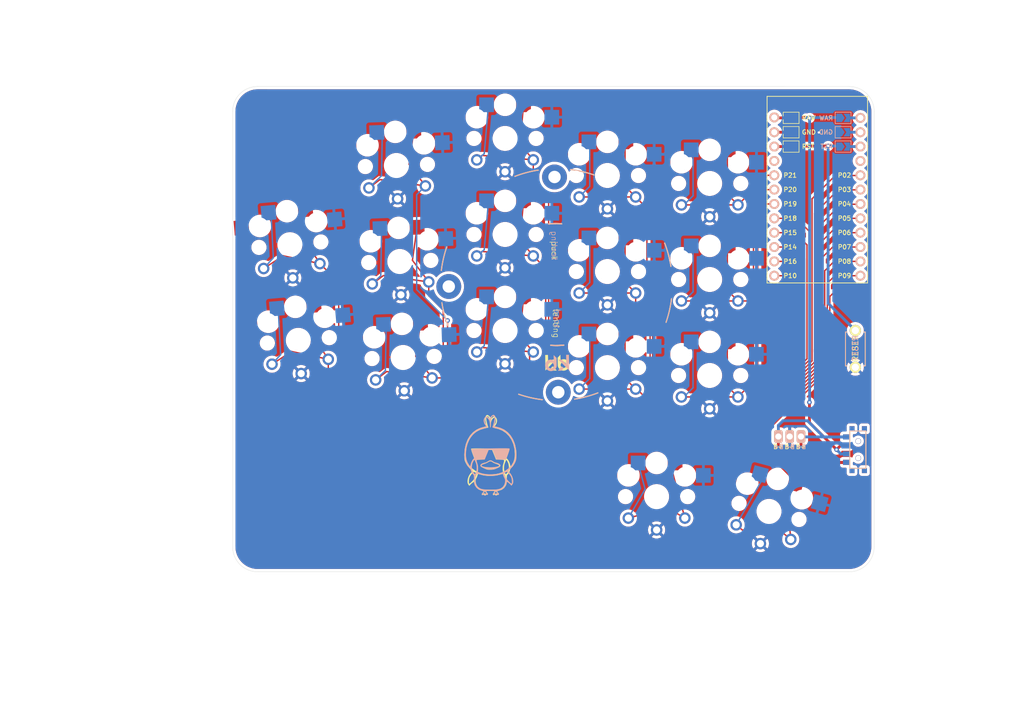
<source format=kicad_pcb>
(kicad_pcb (version 20211014) (generator pcbnew)
  (title_block (title "board") (rev "v1.0.0") (company "Unknown"))
  (layers (0 "F.Cu" signal) (31 "B.Cu" signal) (34 "B.Paste" user) (35 "F.Paste" user) (36 "B.SilkS" user "B.Silkscreen") (37 "F.SilkS" user "F.Silkscreen") (38 "B.Mask" user) (39 "F.Mask" user) (44 "Edge.Cuts" user))
  (net 0 "")
  (net 1 "P6")
  (net 2 "GND")
  (net 3 "P5")
  (net 4 "P4")
  (net 5 "P3")
  (net 6 "P2")
  (net 7 "P18")
  (net 8 "P15")
  (net 9 "P14")
  (net 10 "P16")
  (net 11 "P10")
  (net 12 "P19")
  (net 13 "P20")
  (net 14 "P21")
  (net 15 "P7")
  (net 16 "P8")
  (net 17 "P9")
  (net 18 "RAW")
  (net 19 "RST")
  (net 20 "Braw")
  (footprint "E73:SPDT_C128955" (layer "F.Cu") (at 159.004 -58.166 -90)
    (fp_text reference "T1" hide)
    (fp_text value "" hide)
  )
  (footprint "lib:bat" (layer "F.Cu") (at 146.87186 -60.487381)
    (fp_text reference "PAD1" hide)
    (fp_text value "" hide)
  )
  (footprint "kbd:ResetSW" (layer "F.Cu") (at 158.496 -75.998 90)
    (fp_text reference "B1" hide)
    (fp_text value "")
  )
  (footprint "Alaa:key" (layer "F.Cu") (at 77.269925 -108.458447 2)
    (fp_text reference "S11" hide)
    (fp_text value "" hide)
  )
  (footprint "Alaa:key" (layer "F.Cu") (at 96.495817 -96.246989)
    (fp_text reference "S15" hide)
    (fp_text value "" hide)
  )
  (footprint "Alaa:key" (layer "F.Cu") (at 114.611087 -89.686017)
    (fp_text reference "S21" hide)
    (fp_text value "" hide)
  )
  (footprint "Alaa:key" (layer "F.Cu") (at 132.71828 -105.278852)
    (fp_text reference "S29" hide)
    (fp_text value "" hide)
  )
  (footprint "LOGO" (layer "F.Cu") (at 93.819755 -55.859733)
    (fp_text reference "G***" hide)
    (fp_text value "LOGO" hide)
  )
  (footprint "Alaa:key" (layer "F.Cu") (at 143.213468 -47.235552 -15)
    (fp_text reference "S33" hide)
    (fp_text value "" hide)
  )
  (footprint "Alaa:key" (layer "F.Cu") (at 78.456509 -74.479159 2)
    (fp_text reference "S7" hide)
    (fp_text value "" hide)
  )
  (footprint "E73:SPDT_C128955" (layer "F.Cu") (at 159.004 -58.166 -90)
    (fp_text reference "T2" hide)
    (fp_text value "" hide)
  )
  (footprint "Alaa:key" (layer "F.Cu") (at 58.419932 -94.443355 5)
    (fp_text reference "S5" hide)
    (fp_text value "" hide)
  )
  (footprint "Alaa:key" (layer "F.Cu") (at 132.71828 -88.278852)
    (fp_text reference "S27" hide)
    (fp_text value "" hide)
  )
  (footprint "Alaa:key" (layer "F.Cu") (at 77.863217 -91.468803 2)
    (fp_text reference "S9" hide)
    (fp_text value "" hide)
  )
  (footprint "Alaa:key" (layer "F.Cu") (at 96.495817 -79.246989)
    (fp_text reference "S13" hide)
    (fp_text value "" hide)
  )
  (footprint "Alaa:key" (layer "F.Cu") (at 132.708967 -71.292685)
    (fp_text reference "S27" hide)
    (fp_text value "" hide)
  )
  (footprint "Alaa:key" (layer "F.Cu") (at 96.495818 -113.246989)
    (fp_text reference "S17" hide)
    (fp_text value "" hide)
  )
  (footprint "Alaa:key" (layer "F.Cu") (at 123.320174 -49.854554)
    (fp_text reference "S31" hide)
    (fp_text value "" hide)
  )
  (footprint "ProMicro" (layer "F.Cu") (at 151.765 -102.913254 -90)
    (fp_text reference "MCU1" hide)
    (fp_text value "" hide)
  )
  (footprint "Alaa:key" (layer "F.Cu") (at 59.901579 -77.508043 5)
    (fp_text reference "S3" hide)
    (fp_text value "" hide)
  )
  (footprint "Alaa:Tenting_Puck_3_Holes" (layer "F.Cu") (at 105.585532 -87.373099 1)
    (fp_text reference "REF**")
    (fp_text value "Tenting Puck")
  )
  (footprint "Alaa:key" (layer "F.Cu") (at 114.611087 -106.686017)
    (fp_text reference "S23" hide)
    (fp_text value "" hide)
  )
  (footprint "Alaa:key" (layer "F.Cu") (at 114.611087 -72.686017)
    (fp_text reference "S19" hide)
    (fp_text value "" hide)
  )
  (footprint "LOGO" (layer "B.Cu") (at 93.98 -55.88 180)
    (fp_text reference "G***" hide)
    (fp_text value "LOGO" hide)
  )
  (gr_line (start 161.829898 -40.989109) (end 161.833504 -117.99746) (layer "Edge.Cuts") (width 0.05))
  (gr_arc (start 48.274862 -118.000324) (mid 49.576771 -121.143415) (end 52.719862 -122.445324) (layer "Edge.Cuts") (width 0.05))
  (gr_line (start 48.274862 -118.000324) (end 48.278504 -40.98746) (layer "Edge.Cuts") (width 0.05))
  (gr_line (start 157.388504 -122.44246) (end 52.719862 -122.445324) (layer "Edge.Cuts") (width 0.05))
  (gr_line (start 52.723504 -36.54246) (end 157.384898 -36.544109) (layer "Edge.Cuts") (width 0.05))
  (gr_arc (start 161.829898 -40.989109) (mid 160.528003 -37.846004) (end 157.384898 -36.544109) (layer "Edge.Cuts") (width 0.05))
  (gr_arc (start 157.388504 -122.44246) (mid 160.531597 -121.140553) (end 161.833504 -117.99746) (layer "Edge.Cuts") (width 0.05))
  (gr_arc (start 52.723504 -36.54246) (mid 49.580417 -37.844373) (end 48.278504 -40.98746) (layer "Edge.Cuts") (width 0.05))
  (segment (start 63.732097 -91.093594) (end 57.237852 -92.473987) (width 0.25) (layer "F.Cu") (net 1))
  (segment (start 61.163892 -100.656149) (end 60.265842 -96.431156) (width 0.25) (layer "F.Cu") (net 1))
  (segment (start 67.056 -87.769691) (end 67.056 -70.080786) (width 0.25) (layer "F.Cu") (net 1))
  (segment (start 57.237852 -92.473987) (end 53.77015 -90.222036) (width 0.25) (layer "F.Cu") (net 1))
  (segment (start 60.265842 -96.431156) (end 63.732097 -91.093594) (width 0.25) (layer "F.Cu") (net 1))
  (segment (start 124.785118 -59.37752) (end 138.878084 -59.37752) (width 0.25) (layer "F.Cu") (net 1))
  (segment (start 87.231438 -65.796819) (end 100.432043 -65.796819) (width 0.25) (layer "F.Cu") (net 1))
  (segment (start 122.058533 -62.104105) (end 124.785118 -59.37752) (width 0.25) (layer "F.Cu") (net 1))
  (segment (start 87.223486 -65.788867) (end 87.231438 -65.796819) (width 0.25) (layer "F.Cu") (net 1))
  (segment (start 71.347919 -65.788867) (end 87.223486 -65.788867) (width 0.25) (layer "F.Cu") (net 1))
  (segment (start 157.015254 -96.563254) (end 159.385 -96.563254) (width 0.25) (layer "F.Cu") (net 1))
  (segment (start 100.432043 -65.796819) (end 104.124757 -62.104105) (width 0.25) (layer "F.Cu") (net 1))
  (segment (start 138.878084 -59.37752) (end 152.628374 -73.12781) (width 0.25) (layer "F.Cu") (net 1))
  (segment (start 67.056 -70.080786) (end 71.347919 -65.788867) (width 0.25) (layer "F.Cu") (net 1))
  (segment (start 152.628374 -73.12781) (end 152.628374 -92.176374) (width 0.25) (layer "F.Cu") (net 1))
  (segment (start 63.732097 -91.093594) (end 67.056 -87.769691) (width 0.25) (layer "F.Cu") (net 1))
  (segment (start 152.628374 -92.176374) (end 157.015254 -96.563254) (width 0.25) (layer "F.Cu") (net 1))
  (segment (start 104.124757 -62.104105) (end 122.058533 -62.104105) (width 0.25) (layer "F.Cu") (net 1))
  (segment (start 55.488475 -92.130429) (end 53.77015 -90.222037) (width 0.25) (layer "B.Cu") (net 1))
  (segment (start 55.093012 -99.676322) (end 55.488475 -92.130429) (width 0.25) (layer "B.Cu") (net 1))
  (segment (start 54.638817 -100.085279) (end 55.093012 -99.676322) (width 0.25) (layer "B.Cu") (net 1))
  (segment (start 151.971116 -114.252116) (end 147.942615 -114.252116) (width 0.5) (layer "F.Cu") (net 2))
  (segment (start 147.942615 -114.252116) (end 147.851477 -114.343254) (width 0.5) (layer "F.Cu") (net 2))
  (via (at 152.019 -114.3) (size 0.8) (drill 0.4) (layers "F.Cu" "B.Cu") (net 2))
  (segment (start 152.043758 -114.324758) (end 155.853915 -114.324758) (width 0.5) (layer "B.Cu") (net 2))
  (segment (start 156.634254 -99.103254) (end 159.385 -99.103254) (width 0.25) (layer "F.Cu") (net 3))
  (segment (start 124.971316 -59.82704) (end 138.691886 -59.82704) (width 0.25) (layer "F.Cu") (net 3))
  (segment (start 100.618241 -66.246339) (end 104.310955 -62.553625) (width 0.25) (layer "F.Cu") (net 3))
  (segment (start 152.178854 -94.647854) (end 156.634254 -99.103254) (width 0.25) (layer "F.Cu") (net 3))
  (segment (start 138.691886 -59.82704) (end 152.178854 -73.314008) (width 0.25) (layer "F.Cu") (net 3))
  (segment (start 80.699283 -74.686881) (end 83.586081 -70.855971) (width 0.25) (layer "F.Cu") (net 3))
  (segment (start 83.586081 -70.855971) (end 75.553425 -71.984886) (width 0.25) (layer "F.Cu") (net 3))
  (segment (start 104.310955 -62.553625) (end 122.244731 -62.553625) (width 0.25) (layer "F.Cu") (net 3))
  (segment (start 81.521861 -80.53983) (end 80.699283 -74.686881) (width 0.25) (layer "F.Cu") (net 3))
  (segment (start 75.553425 -71.984886) (end 73.592172 -70.506977) (width 0.25) (layer "F.Cu") (net 3))
  (segment (start 83.586081 -70.855971) (end 89.497197 -70.855971) (width 0.25) (layer "F.Cu") (net 3))
  (segment (start 122.244731 -62.553625) (end 124.971316 -59.82704) (width 0.25) (layer "F.Cu") (net 3))
  (segment (start 94.106829 -66.246339) (end 100.618241 -66.246339) (width 0.25) (layer "F.Cu") (net 3))
  (segment (start 89.497197 -70.855971) (end 94.106829 -66.246339) (width 0.25) (layer "F.Cu") (net 3))
  (segment (start 152.178854 -73.314008) (end 152.178854 -94.647854) (width 0.25) (layer "F.Cu") (net 3))
  (segment (start 75.450233 -79.820002) (end 75.316743 -72.172374) (width 0.25) (layer "B.Cu") (net 3))
  (segment (start 75.316743 -72.172374) (end 73.592173 -70.506976) (width 0.25) (layer "B.Cu") (net 3))
  (segment (start 74.975852 -80.311238) (end 75.450233 -79.820002) (width 0.25) (layer "B.Cu") (net 3))
  (segment (start 85.555821 -75.416679) (end 88.9635 -72.009) (width 0.25) (layer "F.Cu") (net 4))
  (segment (start 125.157514 -60.27656) (end 122.430929 -63.003145) (width 0.25) (layer "F.Cu") (net 4))
  (segment (start 80.105992 -91.676525) (end 82.992789 -87.845615) (width 0.25) (layer "F.Cu") (net 4))
  (segment (start 80.92857 -97.529475) (end 80.105992 -91.676525) (width 0.25) (layer "F.Cu") (net 4))
  (segment (start 151.729334 -97.373334) (end 151.729334 -73.500206) (width 0.25) (layer "F.Cu") (net 4))
  (segment (start 155.956 -101.6) (end 151.729334 -97.373334) (width 0.25) (layer "F.Cu") (net 4))
  (segment (start 122.430929 -63.003145) (end 104.497151 -63.003145) (width 0.25) (layer "F.Cu") (net 4))
  (segment (start 100.804437 -66.695859) (end 94.293027 -66.695859) (width 0.25) (layer "F.Cu") (net 4))
  (segment (start 159.385 -101.643254) (end 159.341746 -101.6) (width 0.25) (layer "F.Cu") (net 4))
  (segment (start 159.341746 -101.6) (end 155.956 -101.6) (width 0.25) (layer "F.Cu") (net 4))
  (segment (start 85.555821 -82.846179) (end 85.555821 -75.416679) (width 0.25) (layer "F.Cu") (net 4))
  (segment (start 138.505688 -60.27656) (end 125.157514 -60.27656) (width 0.25) (layer "F.Cu") (net 4))
  (segment (start 104.497151 -63.003145) (end 100.804437 -66.695859) (width 0.25) (layer "F.Cu") (net 4))
  (segment (start 82.992789 -87.845615) (end 74.960134 -88.974532) (width 0.25) (layer "F.Cu") (net 4))
  (segment (start 94.293027 -66.695859) (end 89.027 -71.961886) (width 0.25) (layer "F.Cu") (net 4))
  (segment (start 82.992789 -87.845616) (end 82.992789 -85.409211) (width 0.25) (layer "F.Cu") (net 4))
  (segment (start 151.729334 -73.500206) (end 138.505688 -60.27656) (width 0.25) (layer "F.Cu") (net 4))
  (segment (start 74.960134 -88.974532) (end 72.998881 -87.496621) (width 0.25) (layer "F.Cu") (net 4))
  (segment (start 82.992789 -85.409211) (end 85.555821 -82.846179) (width 0.25) (layer "F.Cu") (net 4))
  (segment (start 74.382559 -97.300882) (end 74.644883 -97.029238) (width 0.25) (layer "B.Cu") (net 4))
  (segment (start 74.503858 -88.94996) (end 72.998881 -87.49662) (width 0.25) (layer "B.Cu") (net 4))
  (segment (start 74.644883 -97.029238) (end 74.503858 -88.94996) (width 0.25) (layer "B.Cu") (net 4))
  (segment (start 74.366842 -105.964176) (end 72.405589 -104.486265) (width 0.25) (layer "F.Cu") (net 5))
  (segment (start 104.68335 -63.452665) (end 122.617126 -63.452665) (width 0.25) (layer "F.Cu") (net 5))
  (segment (start 159.341746 -104.14) (end 159.385 -104.183254) (width 0.25) (layer "F.Cu") (net 5))
  (segment (start 80.335279 -114.519119) (end 79.512699 -108.66617) (width 0.25) (layer "F.Cu") (net 5))
  (segment (start 122.617126 -63.452665) (end 125.343711 -60.72608) (width 0.25) (layer "F.Cu") (net 5))
  (segment (start 86.321314 -81.026) (end 86.321314 -75.31361) (width 0.25) (layer "F.Cu") (net 5))
  (segment (start 151.279814 -99.971814) (end 155.448 -104.14) (width 0.25) (layer "F.Cu") (net 5))
  (segment (start 94.489545 -67.145379) (end 100.990636 -67.145379) (width 0.25) (layer "F.Cu") (net 5))
  (segment (start 82.399497 -104.835259) (end 74.366842 -105.964176) (width 0.25) (layer "F.Cu") (net 5))
  (segment (start 138.31949 -60.72608) (end 151.279814 -73.686404) (width 0.25) (layer "F.Cu") (net 5))
  (segment (start 155.448 -104.14) (end 159.341746 -104.14) (width 0.25) (layer "F.Cu") (net 5))
  (segment (start 86.321314 -75.31361) (end 94.489545 -67.145379) (width 0.25) (layer "F.Cu") (net 5))
  (segment (start 151.279814 -73.686404) (end 151.279814 -75.915238) (width 0.25) (layer "F.Cu") (net 5))
  (segment (start 151.279814 -75.468762) (end 151.279814 -99.971814) (width 0.25) (layer "F.Cu") (net 5))
  (segment (start 79.512699 -108.66617) (end 82.399497 -104.835259) (width 0.25) (layer "F.Cu") (net 5))
  (segment (start 125.343711 -60.72608) (end 138.31949 -60.72608) (width 0.25) (layer "F.Cu") (net 5))
  (segment (start 100.990636 -67.145379) (end 104.68335 -63.452665) (width 0.25) (layer "F.Cu") (net 5))
  (via (at 86.321314 -81.026) (size 0.8) (drill 0.4) (layers "F.Cu" "B.Cu") (net 5))
  (segment (start 80.854777 -86.492537) (end 80.854777 -103.290539) (width 0.25) (layer "B.Cu") (net 5))
  (segment (start 80.854777 -103.290539) (end 82.399497 -104.835259) (width 0.25) (layer "B.Cu") (net 5))
  (segment (start 74.588217 -114.572308) (end 74.773082 -114.380875) (width 0.25) (layer "B.Cu") (net 5))
  (segment (start 74.638001 -106.64208) (end 72.405589 -104.486264) (width 0.25) (layer "B.Cu") (net 5))
  (segment (start 74.773082 -114.380875) (end 74.638001 -106.64208) (width 0.25) (layer "B.Cu") (net 5))
  (segment (start 86.321314 -81.026) (end 80.854777 -86.492537) (width 0.25) (layer "B.Cu") (net 5))
  (segment (start 138.133292 -61.1756) (end 150.830294 -73.872602) (width 0.25) (layer "F.Cu") (net 6))
  (segment (start 92.44002 -76.239268) (end 91.495817 -75.446988) (width 0.25) (layer "F.Cu") (net 6))
  (segment (start 101.495817 -75.446989) (end 99.16122 -78.229254) (width 0.25) (layer "F.Cu") (net 6))
  (segment (start 99.16122 -78.229254) (end 99.770817 -85.196989) (width 0.25) (layer "F.Cu") (net 6))
  (segment (start 154.94 -106.68) (end 159.341746 -106.68) (width 0.25) (layer "F.Cu") (net 6))
  (segment (start 125.529909 -61.1756) (end 138.133292 -61.1756) (width 0.25) (layer "F.Cu") (net 6))
  (segment (start 122.803324 -63.902185) (end 125.529909 -61.1756) (width 0.25) (layer "F.Cu") (net 6))
  (segment (start 104.869546 -63.902185) (end 122.803324 -63.902185) (width 0.25) (layer "F.Cu") (net 6))
  (segment (start 101.495817 -75.446989) (end 92.44002 -76.239268) (width 0.25) (layer "F.Cu") (net 6))
  (segment (start 159.341746 -106.68) (end 159.385 -106.723254) (width 0.25) (layer "F.Cu") (net 6))
  (segment (start 100.838 -74.789172) (end 100.838 -67.933731) (width 0.25) (layer "F.Cu") (net 6))
  (segment (start 100.838 -67.933731) (end 104.869546 -63.902185) (width 0.25) (layer "F.Cu") (net 6))
  (segment (start 101.495817 -75.446989) (end 100.838 -74.789172) (width 0.25) (layer "F.Cu") (net 6))
  (segment (start 150.830294 -73.872602) (end 150.830294 -102.570294) (width 0.25) (layer "F.Cu") (net 6))
  (segment (start 150.830294 -102.570294) (end 154.94 -106.68) (width 0.25) (layer "F.Cu") (net 6))
  (segment (start 92.813707 -76.55283) (end 91.495817 -75.446988) (width 0.25) (layer "B.Cu") (net 6))
  (segment (start 93.220818 -85.196988) (end 93.537006 -84.82017) (width 0.25) (layer "B.Cu") (net 6))
  (segment (start 93.537006 -84.82017) (end 92.813707 -76.55283) (width 0.25) (layer "B.Cu") (net 6))
  (segment (start 150.380774 -74.0588) (end 150.380774 -96.761226) (width 0.25) (layer "F.Cu") (net 7))
  (segment (start 122.989522 -64.351705) (end 125.716107 -61.62512) (width 0.25) (layer "F.Cu") (net 7))
  (segment (start 103.69048 -90.252326) (end 103.69048 -73.71848) (width 0.25) (layer "F.Cu") (net 7))
  (segment (start 101.495817 -92.446989) (end 92.440019 -93.239269) (width 0.25) (layer "F.Cu") (net 7))
  (segment (start 101.28752 -71.31552) (end 101.28752 -68.119929) (width 0.25) (layer "F.Cu") (net 7))
  (segment (start 101.28752 -68.119929) (end 105.055744 -64.351705) (width 0.25) (layer "F.Cu") (net 7))
  (segment (start 99.161219 -95.229254) (end 101.495817 -92.446989) (width 0.25) (layer "F.Cu") (net 7))
  (segment (start 99.770817 -102.196989) (end 99.161219 -95.229254) (width 0.25) (layer "F.Cu") (net 7))
  (segment (start 125.716107 -61.62512) (end 137.947094 -61.62512) (width 0.25) (layer "F.Cu") (net 7))
  (segment (start 148.038746 -99.103254) (end 144.145 -99.103254) (width 0.25) (layer "F.Cu") (net 7))
  (segment (start 105.055744 -64.351705) (end 122.989522 -64.351705) (width 0.25) (layer "F.Cu") (net 7))
  (segment (start 150.380774 -96.761226) (end 148.038746 -99.103254) (width 0.25) (layer "F.Cu") (net 7))
  (segment (start 92.440019 -93.239269) (end 91.495817 -92.446988) (width 0.25) (layer "F.Cu") (net 7))
  (segment (start 137.947094 -61.62512) (end 150.380774 -74.0588) (width 0.25) (layer "F.Cu") (net 7))
  (segment (start 103.69048 -73.71848) (end 101.28752 -71.31552) (width 0.25) (layer "F.Cu") (net 7))
  (segment (start 101.495817 -92.446989) (end 103.69048 -90.252326) (width 0.25) (layer "F.Cu") (net 7))
  (segment (start 92.813707 -93.55283) (end 91.495817 -92.446988) (width 0.25) (layer "B.Cu") (net 7))
  (segment (start 93.220817 -102.196988) (end 93.537006 -101.82017) (width 0.25) (layer "B.Cu") (net 7))
  (segment (start 93.537006 -101.82017) (end 92.813707 -93.55283) (width 0.25) (layer "B.Cu") (net 7))
  (segment (start 137.760896 -62.07464) (end 149.931254 -74.244998) (width 0.25) (layer "F.Cu") (net 8))
  (segment (start 123.17572 -64.801225) (end 125.902305 -62.07464) (width 0.25) (layer "F.Cu") (net 8))
  (segment (start 125.902305 -62.07464) (end 137.760896 -62.07464) (width 0.25) (layer "F.Cu") (net 8))
  (segment (start 101.73704 -71.129322) (end 101.73704 -68.306127) (width 0.25) (layer "F.Cu") (net 8))
  (segment (start 99.770818 -119.196989) (end 99.16122 -112.229254) (width 0.25) (layer "F.Cu") (net 8))
  (segment (start 101.73704 -68.306127) (end 105.241942 -64.801225) (width 0.25) (layer "F.Cu") (net 8))
  (segment (start 149.931254 -74.244998) (end 149.931254 -94.416746) (width 0.25) (layer "F.Cu") (net 8))
  (segment (start 104.207376 -73.599658) (end 101.73704 -71.129322) (width 0.25) (layer "F.Cu") (net 8))
  (segment (start 147.784746 -96.563254) (end 144.145 -96.563254) (width 0.25) (layer "F.Cu") (net 8))
  (segment (start 101.495818 -105.768182) (end 104.207376 -103.056624) (width 0.25) (layer "F.Cu") (net 8))
  (segment (start 92.44002 -110.239269) (end 91.495817 -109.446988) (width 0.25) (layer "F.Cu") (net 8))
  (segment (start 105.241942 -64.801225) (end 123.17572 -64.801225) (width 0.25) (layer "F.Cu") (net 8))
  (segment (start 101.495817 -109.446989) (end 92.44002 -110.239269) (width 0.25) (layer "F.Cu") (net 8))
  (segment (start 149.931254 -94.416746) (end 147.784746 -96.563254) (width 0.25) (layer "F.Cu") (net 8))
  (segment (start 99.16122 -112.229254) (end 101.495817 -109.446989) (width 0.25) (layer "F.Cu") (net 8))
  (segment (start 101.495818 -109.446989) (end 101.495818 -105.768182) (width 0.25) (layer "F.Cu") (net 8))
  (segment (start 104.207376 -103.056624) (end 104.207376 -73.599658) (width 0.25) (layer "F.Cu") (net 8))
  (segment (start 92.813708 -110.55283) (end 91.495817 -109.446988) (width 0.25) (layer "B.Cu") (net 8))
  (segment (start 93.537006 -118.82017) (end 92.813708 -110.55283) (width 0.25) (layer "B.Cu") (net 8))
  (segment (start 93.220818 -119.196988) (end 93.537006 -118.82017) (width 0.25) (layer "B.Cu") (net 8))
  (segment (start 149.481734 -74.431196) (end 137.574698 -62.52416) (width 0.25) (layer "F.Cu") (net 9))
  (segment (start 117.736566 -78.486496) (end 117.736566 -70.760538) (width 0.25) (layer "F.Cu") (net 9))
  (segment (start 126.19784 -62.52416) (end 119.835983 -68.886017) (width 0.25) (layer "F.Cu") (net 9))
  (segment (start 119.835983 -68.886017) (end 119.611087 -68.886017) (width 0.25) (layer "F.Cu") (net 9))
  (segment (start 144.145 -94.023254) (end 147.403746 -94.023254) (width 0.25) (layer "F.Cu") (net 9))
  (segment (start 117.736566 -70.760538) (end 119.611087 -68.886017) (width 0.25) (layer "F.Cu") (net 9))
  (segment (start 147.403746 -94.023254) (end 149.481734 -91.945266) (width 0.25) (layer "F.Cu") (net 9))
  (segment (start 137.574698 -62.52416) (end 126.19784 -62.52416) (width 0.25) (layer "F.Cu") (net 9))
  (segment (start 110.411087 -68.886017) (end 120.411087 -68.886017) (width 0.25) (layer "F.Cu") (net 9))
  (segment (start 149.481734 -91.945266) (end 149.481734 -74.431196) (width 0.25) (layer "F.Cu") (net 9))
  (segment (start 117.886087 -78.636017) (end 117.736566 -78.486496) (width 0.25) (layer "F.Cu") (net 9))
  (segment (start 111.485608 -79.029475) (end 111.485608 -70.760538) (width 0.25) (layer "B.Cu") (net 9))
  (segment (start 111.485608 -70.760538) (end 109.611087 -68.886017) (width 0.25) (layer "B.Cu") (net 9))
  (segment (start 117.736566 -87.760538) (end 119.611087 -85.886017) (width 0.25) (layer "F.Cu") (net 10))
  (segment (start 109.611087 -85.886017) (end 119.611087 -85.886017) (width 0.25) (layer "F.Cu") (net 10))
  (segment (start 126.384038 -62.97368) (end 122.166194 -67.191524) (width 0.25) (layer "F.Cu") (net 10))
  (segment (start 117.736566 -95.486496) (end 117.736566 -87.760538) (width 0.25) (layer "F.Cu") (net 10))
  (segment (start 119.611087 -83.431958) (end 119.611087 -85.886017) (width 0.25) (layer "F.Cu") (net 10))
  (segment (start 149.032214 -89.219786) (end 149.032214 -74.617394) (width 0.25) (layer "F.Cu") (net 10))
  (segment (start 122.166194 -80.876851) (end 119.611087 -83.431958) (width 0.25) (layer "F.Cu") (net 10))
  (segment (start 122.166194 -67.191524) (end 122.166194 -80.876851) (width 0.25) (layer "F.Cu") (net 10))
  (segment (start 137.3885 -62.97368) (end 126.384038 -62.97368) (width 0.25) (layer "F.Cu") (net 10))
  (segment (start 149.032214 -74.617394) (end 137.3885 -62.97368) (width 0.25) (layer "F.Cu") (net 10))
  (segment (start 144.145 -91.483254) (end 146.768746 -91.483254) (width 0.25) (layer "F.Cu") (net 10))
  (segment (start 146.768746 -91.483254) (end 149.032214 -89.219786) (width 0.25) (layer "F.Cu") (net 10))
  (segment (start 117.886087 -95.636017) (end 117.736566 -95.486496) (width 0.25) (layer "F.Cu") (net 10))
  (segment (start 111.485608 -96.029475) (end 111.485608 -87.760538) (width 0.25) (layer "B.Cu") (net 10))
  (segment (start 111.485608 -87.760538) (end 109.611087 -85.886017) (width 0.25) (layer "B.Cu") (net 10))
  (segment (start 126.493436 -63.5) (end 122.615714 -67.377722) (width 0.25) (layer "F.Cu") (net 11))
  (segment (start 122.615714 -67.377722) (end 122.615714 -81.063048) (width 0.25) (layer "F.Cu") (net 11))
  (segment (start 148.582694 -74.803592) (end 137.279102 -63.5) (width 0.25) (layer "F.Cu") (net 11))
  (segment (start 148.582694 -86.621306) (end 148.582694 -74.803592) (width 0.25) (layer "F.Cu") (net 11))
  (segment (start 117.736566 -112.486496) (end 117.736566 -104.760538) (width 0.25) (layer "F.Cu") (net 11))
  (segment (start 146.260746 -88.943254) (end 148.582694 -86.621306) (width 0.25) (layer "F.Cu") (net 11))
  (segment (start 137.279102 -63.5) (end 126.493436 -63.5) (width 0.25) (layer "F.Cu") (net 11))
  (segment (start 119.611087 -102.886017) (end 109.611087 -102.886017) (width 0.25) (layer "F.Cu") (net 11))
  (segment (start 117.886087 -112.636017) (end 117.736566 -112.486496) (width 0.25) (layer "F.Cu") (net 11))
  (segment (start 122.615714 -81.063048) (end 121.604871 -82.073892) (width 0.25) (layer "F.Cu") (net 11))
  (segment (start 121.604871 -82.073892) (end 121.604871 -100.892233) (width 0.25) (layer "F.Cu") (net 11))
  (segment (start 144.145 -88.943254) (end 146.260746 -88.943254) (width 0.25) (layer "F.Cu") (net 11))
  (segment (start 121.604871 -100.892233) (end 119.611087 -102.886017) (width 0.25) (layer "F.Cu") (net 11))
  (segment (start 117.736566 -104.760538) (end 119.611087 -102.886017) (width 0.25) (layer "F.Cu") (net 11))
  (segment (start 111.485608 -104.760538) (end 109.611087 -102.886017) (width 0.25) (layer "B.Cu") (net 11))
  (segment (start 111.485608 -113.029475) (end 111.485608 -104.760538) (width 0.25) (layer "B.Cu") (net 11))
  (segment (start 142.791254 -101.643254) (end 144.145 -101.643254) (width 0.25) (layer "F.Cu") (net 12))
  (segment (start 141.224 -71.007718) (end 141.224 -100.076) (width 0.25) (layer "F.Cu") (net 12))
  (segment (start 137.708967 -67.492685) (end 141.224 -71.007718) (width 0.25) (layer "F.Cu") (net 12))
  (segment (start 135.834446 -77.093164) (end 135.983967 -77.242685) (width 0.25) (layer "F.Cu") (net 12))
  (segment (start 137.708967 -67.492685) (end 135.834446 -69.367206) (width 0.25) (layer "F.Cu") (net 12))
  (segment (start 135.834446 -69.367206) (end 135.834446 -77.093164) (width 0.25) (layer "F.Cu") (net 12))
  (segment (start 141.224 -100.076) (end 142.791254 -101.643254) (width 0.25) (layer "F.Cu") (net 12))
  (segment (start 127.708967 -67.492685) (end 137.708967 -67.492685) (width 0.25) (layer "F.Cu") (net 12))
  (segment (start 129.294392 -76.6717) (end 129.763633 -76.202459) (width 0.25) (layer "B.Cu") (net 12))
  (segment (start 129.763633 -76.202459) (end 129.763633 -69.115941) (width 0.25) (layer "B.Cu") (net 12))
  (segment (start 129.763633 -69.115941) (end 127.569392 -66.9217) (width 0.25) (layer "B.Cu") (net 12))
  (segment (start 140.462 -85.598) (end 140.462 -101.854) (width 0.25) (layer "F.Cu") (net 13))
  (segment (start 137.71828 -84.478852) (end 139.342852 -84.478852) (width 0.25) (layer "F.Cu") (net 13))
  (segment (start 135.843759 -86.353373) (end 135.843759 -94.079331) (width 0.25) (layer "F.Cu") (net 13))
  (segment (start 139.342852 -84.478852) (end 140.462 -85.598) (width 0.25) (layer "F.Cu") (net 13))
  (segment (start 137.71828 -84.478852) (end 135.843759 -86.353373) (width 0.25) (layer "F.Cu") (net 13))
  (segment (start 135.843759 -94.079331) (end 135.99328 -94.228852) (width 0.25) (layer "F.Cu") (net 13))
  (segment (start 140.462 -101.854) (end 142.791254 -104.183254) (width 0.25) (layer "F.Cu") (net 13))
  (segment (start 142.791254 -104.183254) (end 144.145 -104.183254) (width 0.25) (layer "F.Cu") (net 13))
  (segment (start 127.71828 -84.478852) (end 137.71828 -84.478852) (width 0.25) (layer "F.Cu") (net 13))
  (segment (start 129.772946 -86.102108) (end 127.578705 -83.907867) (width 0.25) (layer "B.Cu") (net 13))
  (segment (start 129.772946 -93.188626) (end 129.772946 -86.102108) (width 0.25) (layer "B.Cu") (net 13))
  (segment (start 129.303705 -93.657867) (end 129.772946 -93.188626) (width 0.25) (layer "B.Cu") (net 13))
  (segment (start 135.843759 -103.353373) (end 135.843759 -111.079331) (width 0.25) (layer "F.Cu") (net 14))
  (segment (start 135.843759 -111.079331) (end 135.99328 -111.228852) (width 0.25) (layer "F.Cu") (net 14))
  (segment (start 137.71828 -101.478852) (end 135.843759 -103.353373) (width 0.25) (layer "F.Cu") (net 14))
  (segment (start 142.962682 -106.723254) (end 144.145 -106.723254) (width 0.25) (layer "F.Cu") (net 14))
  (segment (start 127.71828 -101.478852) (end 137.71828 -101.478852) (width 0.25) (layer "F.Cu") (net 14))
  (segment (start 137.71828 -101.478852) (end 142.962682 -106.723254) (width 0.25) (layer "F.Cu") (net 14))
  (segment (start 129.772946 -110.188626) (end 129.772946 -103.102108) (width 0.25) (layer "B.Cu") (net 14))
  (segment (start 129.772946 -103.102108) (end 128.14969 -101.478852) (width 0.25) (layer "B.Cu") (net 14))
  (segment (start 129.303705 -110.657867) (end 129.772946 -110.188626) (width 0.25) (layer "B.Cu") (net 14))
  (segment (start 139.064282 -58.928) (end 153.077894 -72.941612) (width 0.25) (layer "F.Cu") (net 15))
  (segment (start 71.161721 -65.339347) (end 87.409683 -65.339347) (width 0.25) (layer "F.Cu") (net 15))
  (segment (start 61.74749 -79.495847) (end 65.213743 -74.158283) (width 0.25) (layer "F.Cu") (net 15))
  (segment (start 103.938559 -61.654585) (end 121.872335 -61.654585) (width 0.25) (layer "F.Cu") (net 15))
  (segment (start 87.409683 -65.339347) (end 87.417636 -65.347299) (width 0.25) (layer "F.Cu") (net 15))
  (segment (start 87.417636 -65.347299) (end 100.245845 -65.347299) (width 0.25) (layer "F.Cu") (net 15))
  (segment (start 153.077894 -89.831894) (end 157.269254 -94.023254) (width 0.25) (layer "F.Cu") (net 15))
  (segment (start 65.213744 -74.158282) (end 65.213744 -71.287324) (width 0.25) (layer "F.Cu") (net 15))
  (segment (start 153.077894 -72.941612) (end 153.077894 -89.831894) (width 0.25) (layer "F.Cu") (net 15))
  (segment (start 124.59892 -58.928) (end 139.064282 -58.928) (width 0.25) (layer "F.Cu") (net 15))
  (segment (start 121.872335 -61.654585) (end 124.59892 -58.928) (width 0.25) (layer "F.Cu") (net 15))
  (segment (start 100.245845 -65.347299) (end 103.938559 -61.654585) (width 0.25) (layer "F.Cu") (net 15))
  (segment (start 65.213743 -74.158283) (end 58.7195 -75.538677) (width 0.25) (layer "F.Cu") (net 15))
  (segment (start 65.213744 -71.287324) (end 71.161721 -65.339347) (width 0.25) (layer "F.Cu") (net 15))
  (segment (start 58.7195 -75.538677) (end 55.251797 -73.286724) (width 0.25) (layer "F.Cu") (net 15))
  (segment (start 157.269254 -94.023254) (end 159.385 -94.023254) (width 0.25) (layer "F.Cu") (net 15))
  (segment (start 62.64554 -83.720838) (end 61.74749 -79.495847) (width 0.25) (layer "F.Cu") (net 15))
  (segment (start 56.359403 -82.934826) (end 56.776306 -74.979862) (width 0.25) (layer "B.Cu") (net 15))
  (segment (start 56.776306 -74.979862) (end 55.251798 -73.286724) (width 0.25) (layer "B.Cu") (net 15))
  (segment (start 56.120464 -83.149967) (end 56.359403 -82.934826) (width 0.25) (layer "B.Cu") (net 15))
  (segment (start 125.150302 -47.884682) (end 118.320173 -46.054555) (width 0.25) (layer "F.Cu") (net 16))
  (segment (start 153.527414 -72.755414) (end 139.192 -58.42) (width 0.25) (layer "F.Cu") (net 16))
  (segment (start 159.385 -91.483254) (end 157.396254 -91.483254) (width 0.25) (layer "F.Cu") (net 16))
  (segment (start 128.320174 -46.054555) (end 125.150302 -47.884682) (width 0.25) (layer "F.Cu") (net 16))
  (segment (start 157.396254 -91.483254) (end 153.527414 -87.614414) (width 0.25) (layer "F.Cu") (net 16))
  (segment (start 153.527414 -87.614414) (end 153.527414 -72.755414) (width 0.25) (layer "F.Cu") (net 16))
  (segment (start 126.691134 -58.111134) (end 126.691134 -55.528808) (width 0.25) (layer "F.Cu") (net 16))
  (segment (start 127 -58.42) (end 126.691134 -58.111134) (width 0.25) (layer "F.Cu") (net 16))
  (segment (start 139.192 -58.42) (end 127 -58.42) (width 0.25) (layer "F.Cu") (net 16))
  (segment (start 125.988997 -54.754625) (end 128.320174 -46.054555) (width 0.25) (layer "F.Cu") (net 16))
  (segment (start 120.045174 -55.804554) (end 121.282744 -51.185878) (width 0.25) (layer "B.Cu") (net 16))
  (segment (start 121.282744 -51.185878) (end 118.320173 -46.054555) (width 0.25) (layer "B.Cu") (net 16))
  (segment (start 147.059585 -42.270939) (end 146.359004 -50.278613) (width 0.25) (layer "F.Cu") (net 17))
  (segment (start 144.454991 -44.456453) (end 147.059585 -42.270939) (width 0.25) (layer "F.Cu") (net 17))
  (segment (start 157.650254 -88.943254) (end 159.385 -88.943254) (width 0.25) (layer "F.Cu") (net 17))
  (segment (start 142.875 -57.512226) (end 142.875 -61.467282) (width 0.25) (layer "F.Cu") (net 17))
  (segment (start 153.976934 -72.569216) (end 153.976934 -85.269934) (width 0.25) (layer "F.Cu") (net 17))
  (segment (start 147.916847 -52.135178) (end 147.916847 -52.470379) (width 0.25) (layer "F.Cu") (net 17))
  (segment (start 147.916847 -52.470379) (end 142.875 -57.512226) (width 0.25) (layer "F.Cu") (net 17))
  (segment (start 142.875 -61.467282) (end 153.976934 -72.569216) (width 0.25) (layer "F.Cu") (net 17))
  (segment (start 146.359004 -50.278613) (end 147.916848 -52.135178) (width 0.25) (layer "F.Cu") (net 17))
  (segment (start 138.501009 -43.935547) (end 144.454991 -44.456453) (width 0.25) (layer "F.Cu") (net 17))
  (segment (start 137.400326 -44.85913) (end 138.501009 -43.935547) (width 0.25) (layer "F.Cu") (net 17))
  (segment (start 153.976934 -85.269934) (end 157.650254 -88.943254) (width 0.25) (layer "F.Cu") (net 17))
  (segment (start 141.903815 -52.6594) (end 137.400326 -44.859129) (width 0.25) (layer "B.Cu") (net 17))
  (segment (start 141.590035 -53.830443) (end 141.903815 -52.6594) (width 0.25) (layer "B.Cu") (net 17))
  (segment (start 150.401808 -116.864779) (end 150.327546 -116.939041) (width 0.5) (layer "F.Cu") (net 18))
  (segment (start 150.368 -66.548) (end 150.368 -62.975612) (width 0.5) (layer "F.Cu") (net 18))
  (segment (start 150.327546 -116.939041) (end 147.752502 -116.939041) (width 0.5) (layer "F.Cu") (net 18))
  (segment (start 150.368 -62.975612) (end 155.165113 -58.178499) (width 0.5) (layer "F.Cu") (net 18))
  (segment (start 155.915113 -58.916) (end 156.929 -58.916) (width 0.5) (layer "F.Cu") (net 18))
  (segment (start 155.165113 -58.166) (end 155.915113 -58.916) (width 0.5) (layer "F.Cu") (net 18))
  (via (at 155.165113 -58.166) (size 0.8) (drill 0.4) (layers "F.Cu" "B.Cu") (net 18))
  (via (at 150.368 -66.548) (size 0.8) (drill 0.4) (layers "F.Cu" "B.Cu") (net 18))
  (via (at 150.401808 -116.864779) (size 0.8) (drill 0.4) (layers "F.Cu" "B.Cu") (net 18))
  (segment (start 150.4 -116.862971) (end 150.401808 -116.864779) (width 0.5) (layer "B.Cu") (net 18))
  (segment (start 155.956 -57.404) (end 155.968 -57.416) (width 0.5) (layer "B.Cu") (net 18))
  (segment (start 155.968 -57.416) (end 156.929 -57.416) (width 0.5) (layer "B.Cu") (net 18))
  (segment (start 155.165113 -58.166) (end 155.927113 -57.404) (width 0.5) (layer "B.Cu") (net 18))
  (segment (start 149.759699 -116.940301) (end 155.501242 -116.940301) (width 0.5) (layer "B.Cu") (net 18))
  (segment (start 150.4 -66.58) (end 150.4 -116.862971) (width 0.5) (layer "B.Cu") (net 18))
  (segment (start 155.927113 -57.404) (end 155.956 -57.404) (width 0.5) (layer "B.Cu") (net 18))
  (segment (start 150.368 -66.548) (end 150.4 -66.58) (width 0.5) (layer "B.Cu") (net 18))
  (segment (start 153.67 -111.887) (end 147.767712 -111.887) (width 0.5) (layer "F.Cu") (net 19))
  (via (at 153.691162 -111.908162) (size 0.8) (drill 0.4) (layers "F.Cu" "B.Cu") (net 19))
  (segment (start 153.67 -84.074) (end 158.496 -79.248) (width 0.5) (layer "B.Cu") (net 19))
  (segment (start 153.69126 -111.90826) (end 155.469622 -111.90826) (width 0.5) (layer "B.Cu") (net 19))
  (segment (start 153.67 -111.887) (end 153.67 -84.074) (width 0.5) (layer "B.Cu") (net 19))
  (segment (start 153.691162 -111.908162) (end 153.67 -111.887) (width 0.5) (layer "B.Cu") (net 19))
  (segment (start 155.165113 -55.892499) (end 155.165113 -55.88) (width 0.5) (layer "F.Cu") (net 20))
  (segment (start 148.87186 -58.64614) (end 151.602 -55.916) (width 0.5) (layer "F.Cu") (net 20))
  (segment (start 151.602 -55.916) (end 156.929 -55.916) (width 0.5) (layer "F.Cu") (net 20))
  (segment (start 148.87186 -60.487381) (end 148.87186 -58.64614) (width 0.5) (layer "F.Cu") (net 20))
  (segment (start 147.574 -55.88) (end 144.87186 -58.58214) (width 0.5) (layer "F.Cu") (net 20))
  (segment (start 156.893 -55.88) (end 147.574 -55.88) (width 0.5) (layer "F.Cu") (net 20))
  (segment (start 144.87186 -58.58214) (end 144.87186 -60.487381) (width 0.5) (layer "F.Cu") (net 20))
  (segment (start 144.87186 -62.456381) (end 144.87186 -60.487381) (width 0.5) (layer "B.Cu") (net 20))
  (segment (start 156.929 -60.416) (end 156.924124 -60.420876) (width 0.5) (layer "B.Cu") (net 20))
  (segment (start 156.929 -60.416) (end 152.880241 -60.416) (width 0.5) (layer "B.Cu") (net 20))
  (segment (start 156.924124 -60.420876) (end 148.938365 -60.420876) (width 0.5) (layer "B.Cu") (net 20))
  (segment (start 145.69686 -63.281381) (end 144.87186 -62.456381) (width 0.5) (layer "B.Cu") (net 20))
  (segment (start 150.01486 -63.281381) (end 145.69686 -63.281381) (width 0.5) (layer "B.Cu") (net 20))
  (segment (start 148.938365 -60.420876) (end 148.87186 -60.487381) (width 0.5) (layer "B.Cu") (net 20))
  (segment (start 152.880241 -60.416) (end 150.01486 -63.281381) (width 0.5) (layer "B.Cu") (net 20))
  (zone (net 2) (net_name "GND") (layers F&B.Cu) (connect_pads (clearance 0.508)) (min_thickness 0.254) (fill yes (thermal_gap 0.508) (thermal_bridge_width 0.508) (island_removal_mode 1) (island_area_min 0))
    (polygon (pts (xy 182.3974 -129.286) (xy 188.341 -13.2842) (xy 40.4622 -17.3228) (xy 7.112 -121.285) (xy 86.7918 -137.7442)))
  )
)
</source>
